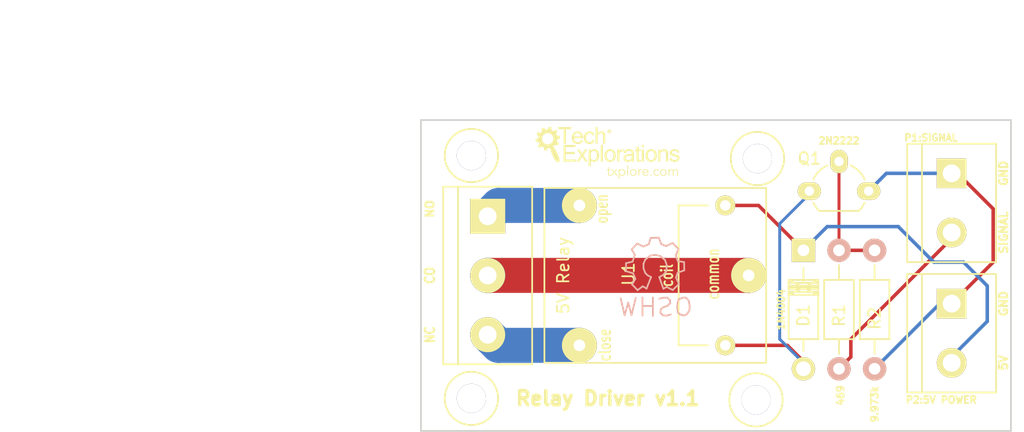
<source format=kicad_pcb>
(kicad_pcb (version 20211014) (generator pcbnew)
  (layers (0 "F.Cu" signal) (31 "B.Cu" signal) (34 "B.Paste" user) (35 "F.Paste" user) (36 "B.SilkS" user "B.Silkscreen") (37 "F.SilkS" user "F.Silkscreen") (38 "B.Mask" user) (39 "F.Mask" user) (44 "Edge.Cuts" user))
  (net 0 "")
  (net 1 "Net-(D1-Pad2)")
  (net 2 "Net-(D1-Pad1)")
  (net 3 "GND")
  (net 4 "/signal_in")
  (net 5 "Net-(Q1-Pad1)")
  (net 6 "Net-(P3-Pad1)")
  (net 7 "Net-(P3-Pad2)")
  (net 8 "Net-(P3-Pad3)")
  (footprint "Diodes_ThroughHole:Diode_DO-41_SOD81_Horizontal_RM10" (layer "F.Cu") (at 135.128 109.728 -90)
    (fp_text reference "D1" (at 5.588 0 -90) (layer "F.SilkS"))
    (fp_text value "D")
    (pad "1" thru_hole rect locked (at 0 -0.00254 90) (size 1.99898 1.99898) (drill 1.00076) (layers *.Cu *.Mask "F.SilkS") (net 2 "Net-(D1-Pad1)"))
    (pad "2" thru_hole circle locked (at 10.16 -0.00254 90) (size 1.99898 1.99898) (drill 1.27) (layers *.Cu *.Mask "F.SilkS") (net 1 "Net-(D1-Pad2)"))
  )
  (footprint "Connect:bornier2" (layer "F.Cu") (at 147.828 105.664 -90)
    (fp_text reference "P1:SIGNAL" (at -5.588 1.778) (layer "F.SilkS") (effects (font (size 0.6 0.6))))
    (fp_text value "CONN_01X02" hide)
    (pad "1" thru_hole rect locked (at -2.54 0 270) (size 2.54 2.54) (drill 1.524) (layers *.Cu *.Mask "F.SilkS") (net 3 "GND"))
    (pad "2" thru_hole circle locked (at 2.54 0 270) (size 2.54 2.54) (drill 1.524) (layers *.Cu *.Mask "F.SilkS") (net 4 "/signal_in"))
  )
  (footprint "Connect:bornier2" (layer "F.Cu") (at 147.828 116.84 -90)
    (fp_text reference "P2:5V POWER" (at 5.715 0.889) (layer "F.SilkS") (effects (font (size 0.6 0.6))))
    (fp_text value "CONN_01X02" hide)
    (pad "1" thru_hole rect locked (at -2.54 0 270) (size 2.54 2.54) (drill 1.524) (layers *.Cu *.Mask "F.SilkS") (net 3 "GND"))
    (pad "2" thru_hole circle locked (at 2.54 0 270) (size 2.54 2.54) (drill 1.524) (layers *.Cu *.Mask "F.SilkS") (net 2 "Net-(D1-Pad1)"))
  )
  (footprint "TO_SOT_Packages_THT:TO-92_Molded_Wide_Oval" (layer "F.Cu") (at 135.636 104.648)
    (fp_text reference "Q1" (at 0 -2.794) (layer "F.SilkS"))
    (fp_text value "2N2222" (at 2.54 -4.318) (layer "F.SilkS") (effects (font (size 0.6 0.6))))
    (pad "1" thru_hole oval locked (at 2.54 -2.54 90) (size 1.99898 1.50114) (drill 0.8) (layers *.Cu *.Mask "F.SilkS") (net 5 "Net-(Q1-Pad1)"))
    (pad "2" thru_hole oval locked (at 0 0 90) (size 1.50114 1.99898) (drill 0.8) (layers *.Cu *.Mask "F.SilkS") (net 1 "Net-(D1-Pad2)"))
    (pad "3" thru_hole oval locked (at 5.08 0 90) (size 1.50114 1.99898) (drill 0.8) (layers *.Cu *.Mask "F.SilkS") (net 3 "GND"))
  )
  (footprint "Resistors_ThroughHole:Resistor_Horizontal_RM10mm" (layer "F.Cu") (at 138.176 114.808 -90)
    (fp_text reference "R1" (at 0.508 0 -90) (layer "F.SilkS"))
    (fp_text value "R")
    (pad "1" thru_hole circle locked (at -5.08 0 270) (size 1.99898 1.99898) (drill 1.00076) (layers *.Cu *.SilkS *.Mask) (net 5 "Net-(Q1-Pad1)"))
    (pad "2" thru_hole circle locked (at 5.08 0 270) (size 1.99898 1.99898) (drill 1.00076) (layers *.Cu *.SilkS *.Mask) (net 4 "/signal_in"))
  )
  (footprint "Resistors_ThroughHole:Resistor_Horizontal_RM10mm" (layer "F.Cu") (at 141.224 114.808 -90)
    (fp_text reference "R2" (at 0.762 0 -90) (layer "F.SilkS"))
    (fp_text value "R" hide)
    (pad "1" thru_hole circle locked (at -5.08 0 270) (size 1.99898 1.99898) (drill 1.00076) (layers *.Cu *.SilkS *.Mask) (net 5 "Net-(Q1-Pad1)"))
    (pad "2" thru_hole circle locked (at 5.08 0 270) (size 1.99898 1.99898) (drill 1.00076) (layers *.Cu *.SilkS *.Mask) (net 3 "GND"))
  )
  (footprint "bench_computer:SONGLE_5V_Relay" (layer "F.Cu") (at 122.936 111.379)
    (fp_text reference "U1" (at -2.794 0.381 90) (layer "F.SilkS"))
    (fp_text value "5V/10A_relay" hide)
    (fp_text user "common" (at 4.445 0.381 90) (layer "F.SilkS") (effects (font (size 1 0.7))))
    (fp_text user "5V Relay" (at -8.382 0.508 90) (layer "F.SilkS"))
    (fp_text user "close" (at -4.826 6.477 90) (layer "F.SilkS") (effects (font (size 1 0.7))))
    (fp_text user "coil" (at 0.5 0.5 90) (layer "F.SilkS") (effects (font (size 1 0.7))))
    (fp_text user "open" (at -5.08 -5.207 90) (layer "F.SilkS") (effects (font (size 1 0.7))))
    (pad "1" thru_hole circle locked (at 5.5 -5.5) (size 1.7 1.7) (drill 0.9) (layers *.Cu *.Mask "F.SilkS") (net 2 "Net-(D1-Pad1)"))
    (pad "2" thru_hole circle locked (at 5.5 6.5) (size 1.7 1.7) (drill 0.9) (layers *.Cu *.Mask "F.SilkS") (net 1 "Net-(D1-Pad2)"))
    (pad "3" thru_hole circle locked (at 7.5 0.5) (size 3 3) (drill 1) (layers *.Cu *.Mask "F.SilkS") (net 7 "Net-(P3-Pad2)"))
    (pad "4" thru_hole circle locked (at -7 -5.5) (size 3 3) (drill 1) (layers *.Cu *.Mask "F.SilkS") (net 6 "Net-(P3-Pad1)"))
    (pad "5" thru_hole circle locked (at -7 6.5) (size 3 3) (drill 1) (layers *.Cu *.Mask "F.SilkS") (net 8 "Net-(P3-Pad3)"))
  )
  (footprint "Connect:bornier3" (layer "F.Cu") (at 108.077 111.887 -90)
    (fp_text reference "P3" hide)
    (fp_text value "CONN_01X03" hide)
    (pad "1" thru_hole rect locked (at -5.08 0 270) (size 3 3) (drill 1.524) (layers *.Cu *.Mask "F.SilkS") (net 6 "Net-(P3-Pad1)"))
    (pad "2" thru_hole circle locked (at 0 0 270) (size 3 3) (drill 1.524) (layers *.Cu *.Mask "F.SilkS") (net 7 "Net-(P3-Pad2)"))
    (pad "3" thru_hole circle locked (at 5.08 0 270) (size 3 3) (drill 1.524) (layers *.Cu *.Mask "F.SilkS") (net 8 "Net-(P3-Pad3)"))
  )
  (footprint "Kicad Logos:TE_Logo_12mm" (layer "F.Cu") (at 118.364 101.219)
    (fp_text reference "G***" hide)
    (fp_text value "LOGO" hide)
  )
  (footprint "Connect:1pin" (layer "F.Cu") (at 106.68 101.6)
    (fp_text reference "REF**" hide)
    (fp_text value "1pin")
    (pad "1" thru_hole circle locked (at 0 0) (size 2.5 2.5) (drill 2.5) (layers *.Cu *.Mask))
  )
  (footprint "Connect:1pin" (layer "F.Cu") (at 106.68 122.428)
    (fp_text reference "REF**" hide)
    (fp_text value "1pin" hide)
    (pad "1" thru_hole circle locked (at 0 0) (size 2.5 2.5) (drill 2.5) (layers *.Cu *.Mask))
  )
  (footprint "Connect:1pin" (layer "F.Cu") (at 131.191 101.854)
    (fp_text reference "REF**" hide)
    (fp_text value "1pin")
    (pad "1" thru_hole circle locked (at 0 0) (size 2.5 2.5) (drill 2.5) (layers *.Cu *.Mask))
  )
  (footprint "Connect:1pin" (layer "F.Cu") (at 131.064 122.555)
    (fp_text reference "REF**" hide)
    (fp_text value "1pin" hide)
    (pad "1" thru_hole circle locked (at 0 0) (size 2.5 2.5) (drill 2.5) (layers *.Cu *.Mask))
  )
  (footprint "Symbols:Symbol_OSHW-Logo_SilkScreen" (layer "B.Cu") (at 122.428 111.125 180)
    (fp_text reference "REF**" hide)
    (fp_text value "Symbol_OSHW-Logo_SilkScreen" hide)
  )
  (gr_line (start 102.362 125.222) (end 152.908 125.222) (layer "Edge.Cuts") (width 0.15))
  (gr_line (start 102.362 98.552) (end 102.362 125.222) (layer "Edge.Cuts") (width 0.15))
  (gr_line (start 152.908 98.552) (end 102.362 98.552) (layer "Edge.Cuts") (width 0.15))
  (gr_line (start 152.908 125.222) (end 152.908 98.552) (layer "Edge.Cuts") (width 0.15))
  (gr_text "GND" (at 152.273 114.3 90) (layer "F.SilkS") (effects (font (size 0.7 0.7) (thickness 0.175))))
  (gr_text "469" (at 138.303 122.174 90) (layer "F.SilkS") (effects (font (size 0.6 0.6))))
  (gr_text "GND" (at 152.273 103.124 90) (layer "F.SilkS") (effects (font (size 0.7 0.7) (thickness 0.175))))
  (gr_text "NO" (at 103.124 106.172 90) (layer "F.SilkS") (effects (font (size 0.7 0.7) (thickness 0.175))))
  (gr_text "NC" (at 103.124 116.967 90) (layer "F.SilkS") (effects (font (size 0.8 0.7) (thickness 0.175))))
  (gr_text "5V" (at 152.273 119.38 90) (layer "F.SilkS") (effects (font (size 0.7 0.7) (thickness 0.175))))
  (gr_text "Relay Driver v1.1" (at 118.364 122.428) (layer "F.SilkS") (effects (font (size 1.2 1.2) (thickness 0.3))))
  (gr_text "9.973k" (at 141.224 122.936 90) (layer "F.SilkS") (effects (font (size 0.6 0.6))))
  (gr_text "SIGNAL" (at 152.273 108.204 90) (layer "F.SilkS") (effects (font (size 0.7 0.7) (thickness 0.175))))
  (gr_text "CO" (at 103.124 111.887 90) (layer "F.SilkS") (effects (font (size 0.8 0.7) (thickness 0.175))))
  (gr_text "1N4004" (at 133.223 114.808 90) (layer "F.SilkS") (effects (font (size 0.6 0.6))))
  (segment (start 135.13054 119.25554) (end 133.754 117.879) (width 0.3) (layer "F.Cu") (net 1))
  (segment (start 133.754 117.879) (end 128.436 117.879) (width 0.3) (layer "F.Cu") (net 1))
  (segment (start 135.13054 119.888) (end 135.13054 119.88546) (width 0.3) (layer "F.Cu") (net 1))
  (segment (start 135.13054 119.888) (end 135.13054 119.25554) (width 0.3) (layer "F.Cu") (net 1))
  (segment (start 135.636 104.902) (end 133.096 107.442) (width 0.25) (layer "B.Cu") (net 1))
  (segment (start 133.096 107.442) (end 133.096 117.348) (width 0.25) (layer "B.Cu") (net 1))
  (segment (start 133.096 117.348) (end 135.13054 119.38254) (width 0.25) (layer "B.Cu") (net 1))
  (segment (start 135.13054 119.38254) (end 135.13054 119.888) (width 0.25) (layer "B.Cu") (net 1))
  (segment (start 135.636 104.648) (end 135.636 104.902) (width 0.25) (layer "B.Cu") (net 1))
  (segment (start 131.279 105.879) (end 135.128 109.728) (width 0.3) (layer "F.Cu") (net 2))
  (segment (start 135.128 109.728) (end 135.13054 109.728) (width 0.3) (layer "F.Cu") (net 2))
  (segment (start 128.436 105.879) (end 131.279 105.879) (width 0.3) (layer "F.Cu") (net 2))
  (segment (start 147.828 118.872) (end 150.876 115.824) (width 0.3) (layer "B.Cu") (net 2))
  (segment (start 150.876 115.824) (end 150.876 112.776) (width 0.3) (layer "B.Cu") (net 2))
  (segment (start 150.876 112.776) (end 148.844 110.744) (width 0.3) (layer "B.Cu") (net 2))
  (segment (start 148.844 110.744) (end 146.304 110.744) (width 0.3) (layer "B.Cu") (net 2))
  (segment (start 146.304 110.744) (end 143.256 107.696) (width 0.3) (layer "B.Cu") (net 2))
  (segment (start 143.256 107.696) (end 137.16254 107.696) (width 0.3) (layer "B.Cu") (net 2))
  (segment (start 137.16254 107.696) (end 135.13054 109.728) (width 0.3) (layer "B.Cu") (net 2))
  (segment (start 147.828 119.38) (end 147.828 118.872) (width 0.3) (layer "B.Cu") (net 2))
  (segment (start 148.336 103.124) (end 151.384 106.172) (width 0.3) (layer "F.Cu") (net 3))
  (segment (start 151.384 106.172) (end 151.384 110.744) (width 0.3) (layer "F.Cu") (net 3))
  (segment (start 151.384 110.744) (end 147.828 114.3) (width 0.3) (layer "F.Cu") (net 3))
  (segment (start 147.828 103.124) (end 148.336 103.124) (width 0.3) (layer "F.Cu") (net 3))
  (segment (start 142.24 103.124) (end 140.716 104.648) (width 0.3) (layer "B.Cu") (net 3))
  (segment (start 146.812 114.3) (end 141.224 119.888) (width 0.3) (layer "B.Cu") (net 3))
  (segment (start 147.828 103.124) (end 142.24 103.124) (width 0.3) (layer "B.Cu") (net 3))
  (segment (start 147.828 114.3) (end 146.812 114.3) (width 0.3) (layer "B.Cu") (net 3))
  (segment (start 147.828 108.712) (end 139.192 117.348) (width 0.3) (layer "F.Cu") (net 4))
  (segment (start 139.192 117.348) (end 139.192 118.872) (width 0.3) (layer "F.Cu") (net 4))
  (segment (start 139.192 118.872) (end 138.176 119.888) (width 0.3) (layer "F.Cu") (net 4))
  (segment (start 147.828 108.204) (end 147.828 108.712) (width 0.3) (layer "F.Cu") (net 4))
  (segment (start 138.176 102.108) (end 138.176 109.728) (width 0.25) (layer "F.Cu") (net 5))
  (segment (start 138.176 109.728) (end 141.224 109.728) (width 0.3) (layer "F.Cu") (net 5))
  (segment (start 109.005 105.879) (end 108.077 106.807) (width 3) (layer "B.Cu") (net 6))
  (segment (start 115.936 105.879) (end 109.005 105.879) (width 3) (layer "B.Cu") (net 6))
  (segment (start 108.085 111.879) (end 108.077 111.887) (width 0.5) (layer "F.Cu") (net 7))
  (segment (start 130.436 111.879) (end 108.085 111.879) (width 3) (layer "F.Cu") (net 7))
  (segment (start 108.085 111.879) (end 108.077 111.887) (width 3) (layer "B.Cu") (net 7))
  (segment (start 108.989 117.879) (end 108.077 116.967) (width 3) (layer "B.Cu") (net 8))
  (segment (start 115.936 117.879) (end 108.989 117.879) (width 3) (layer "B.Cu") (net 8))
)
</source>
